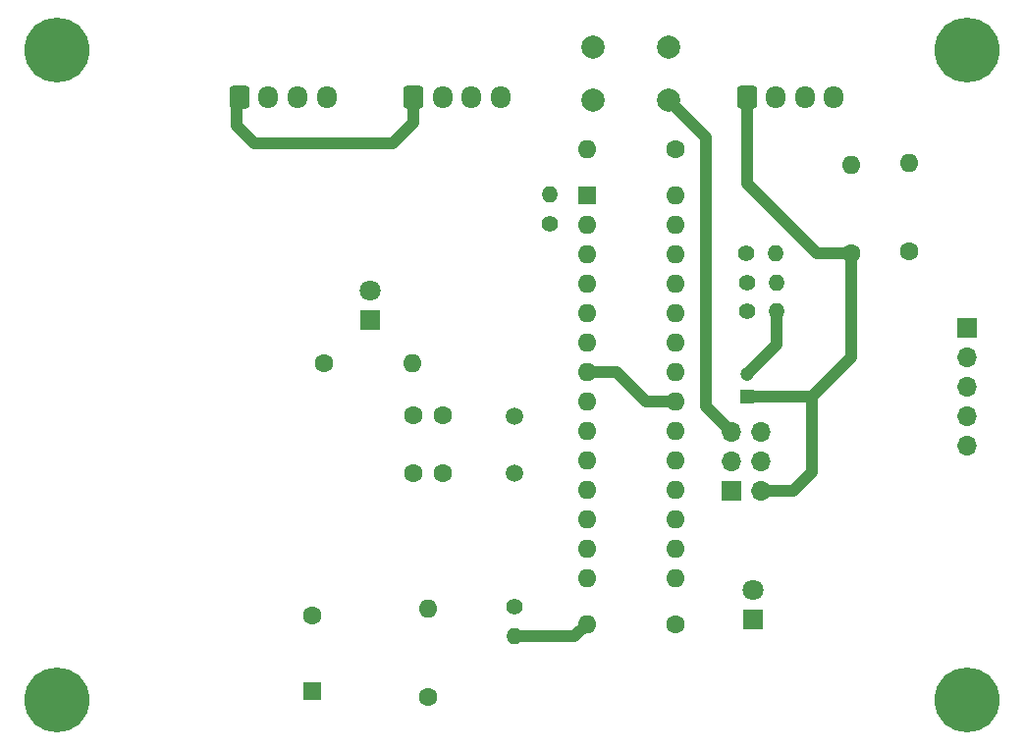
<source format=gbr>
%TF.GenerationSoftware,KiCad,Pcbnew,6.0.10-86aedd382b~118~ubuntu20.04.1*%
%TF.CreationDate,2023-02-11T18:46:26+05:30*%
%TF.ProjectId,motor controller,6d6f746f-7220-4636-9f6e-74726f6c6c65,rev?*%
%TF.SameCoordinates,Original*%
%TF.FileFunction,Copper,L2,Bot*%
%TF.FilePolarity,Positive*%
%FSLAX46Y46*%
G04 Gerber Fmt 4.6, Leading zero omitted, Abs format (unit mm)*
G04 Created by KiCad (PCBNEW 6.0.10-86aedd382b~118~ubuntu20.04.1) date 2023-02-11 18:46:26*
%MOMM*%
%LPD*%
G01*
G04 APERTURE LIST*
G04 Aperture macros list*
%AMRoundRect*
0 Rectangle with rounded corners*
0 $1 Rounding radius*
0 $2 $3 $4 $5 $6 $7 $8 $9 X,Y pos of 4 corners*
0 Add a 4 corners polygon primitive as box body*
4,1,4,$2,$3,$4,$5,$6,$7,$8,$9,$2,$3,0*
0 Add four circle primitives for the rounded corners*
1,1,$1+$1,$2,$3*
1,1,$1+$1,$4,$5*
1,1,$1+$1,$6,$7*
1,1,$1+$1,$8,$9*
0 Add four rect primitives between the rounded corners*
20,1,$1+$1,$2,$3,$4,$5,0*
20,1,$1+$1,$4,$5,$6,$7,0*
20,1,$1+$1,$6,$7,$8,$9,0*
20,1,$1+$1,$8,$9,$2,$3,0*%
G04 Aperture macros list end*
%TA.AperFunction,ComponentPad*%
%ADD10C,1.600000*%
%TD*%
%TA.AperFunction,ComponentPad*%
%ADD11O,1.600000X1.600000*%
%TD*%
%TA.AperFunction,ComponentPad*%
%ADD12RoundRect,0.250000X-0.600000X-0.725000X0.600000X-0.725000X0.600000X0.725000X-0.600000X0.725000X0*%
%TD*%
%TA.AperFunction,ComponentPad*%
%ADD13O,1.700000X1.950000*%
%TD*%
%TA.AperFunction,ComponentPad*%
%ADD14R,1.800000X1.800000*%
%TD*%
%TA.AperFunction,ComponentPad*%
%ADD15C,1.800000*%
%TD*%
%TA.AperFunction,ComponentPad*%
%ADD16C,1.400000*%
%TD*%
%TA.AperFunction,ComponentPad*%
%ADD17O,1.400000X1.400000*%
%TD*%
%TA.AperFunction,ComponentPad*%
%ADD18C,2.000000*%
%TD*%
%TA.AperFunction,ComponentPad*%
%ADD19C,5.600000*%
%TD*%
%TA.AperFunction,ComponentPad*%
%ADD20R,1.200000X1.200000*%
%TD*%
%TA.AperFunction,ComponentPad*%
%ADD21C,1.200000*%
%TD*%
%TA.AperFunction,ComponentPad*%
%ADD22C,1.500000*%
%TD*%
%TA.AperFunction,ComponentPad*%
%ADD23R,1.600000X1.600000*%
%TD*%
%TA.AperFunction,ComponentPad*%
%ADD24R,1.700000X1.700000*%
%TD*%
%TA.AperFunction,ComponentPad*%
%ADD25O,1.700000X1.700000*%
%TD*%
%TA.AperFunction,Conductor*%
%ADD26C,1.000000*%
%TD*%
G04 APERTURE END LIST*
D10*
%TO.P,R1,1*%
%TO.N,+5V*%
X106310000Y-61500000D03*
D11*
%TO.P,R1,2*%
%TO.N,/RST*%
X98690000Y-61500000D03*
%TD*%
D10*
%TO.P,R3,1*%
%TO.N,Net-(D1-Pad1)*%
X76000000Y-80000000D03*
D11*
%TO.P,R3,2*%
%TO.N,GND*%
X83620000Y-80000000D03*
%TD*%
D12*
%TO.P,J2,1,Pin_1*%
%TO.N,+5V*%
X112500000Y-57032500D03*
D13*
%TO.P,J2,2,Pin_2*%
%TO.N,/SCL*%
X115000000Y-57032500D03*
%TO.P,J2,3,Pin_3*%
%TO.N,/SDA*%
X117500000Y-57032500D03*
%TO.P,J2,4,Pin_4*%
%TO.N,GND*%
X120000000Y-57032500D03*
%TD*%
D10*
%TO.P,R11,1*%
%TO.N,+5V*%
X121500000Y-70500000D03*
D11*
%TO.P,R11,2*%
%TO.N,/SDA*%
X121500000Y-62880000D03*
%TD*%
D10*
%TO.P,R10,1*%
%TO.N,+5V*%
X126500000Y-70310000D03*
D11*
%TO.P,R10,2*%
%TO.N,/SCL*%
X126500000Y-62690000D03*
%TD*%
D14*
%TO.P,D2,1,K*%
%TO.N,Net-(D2-Pad1)*%
X113000000Y-102040000D03*
D15*
%TO.P,D2,2,A*%
%TO.N,/LED*%
X113000000Y-99500000D03*
%TD*%
D16*
%TO.P,R8,1*%
%TO.N,/S4*%
X112460000Y-70500000D03*
D17*
%TO.P,R8,2*%
%TO.N,GND*%
X115000000Y-70500000D03*
%TD*%
D12*
%TO.P,J5,1,Pin_1*%
%TO.N,+5V*%
X83750000Y-57032500D03*
D13*
%TO.P,J5,2,Pin_2*%
%TO.N,GND*%
X86250000Y-57032500D03*
%TO.P,J5,3,Pin_3*%
%TO.N,/M2A*%
X88750000Y-57032500D03*
%TO.P,J5,4,Pin_4*%
%TO.N,/M2B*%
X91250000Y-57032500D03*
%TD*%
D18*
%TO.P,SW1,1,1*%
%TO.N,/RST*%
X99250000Y-57250000D03*
X105750000Y-57250000D03*
%TO.P,SW1,2,2*%
%TO.N,GND*%
X105750000Y-52750000D03*
X99250000Y-52750000D03*
%TD*%
D16*
%TO.P,R5,1*%
%TO.N,/S1*%
X92500000Y-101000000D03*
D17*
%TO.P,R5,2*%
%TO.N,GND*%
X92500000Y-103540000D03*
%TD*%
D14*
%TO.P,D1,1,K*%
%TO.N,Net-(D1-Pad1)*%
X80000000Y-76285000D03*
D15*
%TO.P,D1,2,A*%
%TO.N,+5V*%
X80000000Y-73745000D03*
%TD*%
D19*
%TO.P,H2,1,1*%
%TO.N,GND*%
X131500000Y-53000000D03*
%TD*%
D16*
%TO.P,R9,1*%
%TO.N,/S5*%
X95500000Y-68000000D03*
D17*
%TO.P,R9,2*%
%TO.N,GND*%
X95500000Y-65460000D03*
%TD*%
D20*
%TO.P,C1,1*%
%TO.N,+5V*%
X112500000Y-82871980D03*
D21*
%TO.P,C1,2*%
%TO.N,GND*%
X112500000Y-80871980D03*
%TD*%
D22*
%TO.P,Y1,1,1*%
%TO.N,Net-(C3-Pad1)*%
X92500000Y-89450000D03*
%TO.P,Y1,2,2*%
%TO.N,Net-(C2-Pad1)*%
X92500000Y-84570000D03*
%TD*%
D10*
%TO.P,R4,1*%
%TO.N,Net-(D2-Pad1)*%
X106310000Y-102500000D03*
D11*
%TO.P,R4,2*%
%TO.N,GND*%
X98690000Y-102500000D03*
%TD*%
D23*
%TO.P,BZ1,1,-*%
%TO.N,Net-(BZ1-Pad1)*%
X75000000Y-108250000D03*
D10*
%TO.P,BZ1,2,+*%
%TO.N,GND*%
X75000000Y-101750000D03*
%TD*%
%TO.P,C2,1*%
%TO.N,Net-(C2-Pad1)*%
X86250000Y-84500000D03*
%TO.P,C2,2*%
%TO.N,GND*%
X83750000Y-84500000D03*
%TD*%
%TO.P,C3,1*%
%TO.N,Net-(C3-Pad1)*%
X86250000Y-89500000D03*
%TO.P,C3,2*%
%TO.N,GND*%
X83750000Y-89500000D03*
%TD*%
D12*
%TO.P,J4,1,Pin_1*%
%TO.N,+5V*%
X68750000Y-57032500D03*
D13*
%TO.P,J4,2,Pin_2*%
%TO.N,GND*%
X71250000Y-57032500D03*
%TO.P,J4,3,Pin_3*%
%TO.N,/M1A*%
X73750000Y-57032500D03*
%TO.P,J4,4,Pin_4*%
%TO.N,/M1B*%
X76250000Y-57032500D03*
%TD*%
D19*
%TO.P,H3,1,1*%
%TO.N,GND*%
X53000000Y-53000000D03*
%TD*%
%TO.P,H1,1,1*%
%TO.N,GND*%
X53000000Y-109000000D03*
%TD*%
D16*
%TO.P,R6,1*%
%TO.N,/S2*%
X112500000Y-75500000D03*
D17*
%TO.P,R6,2*%
%TO.N,GND*%
X115040000Y-75500000D03*
%TD*%
D19*
%TO.P,H4,1,1*%
%TO.N,GND*%
X131500000Y-109000000D03*
%TD*%
D10*
%TO.P,R2,1*%
%TO.N,Net-(BZ1-Pad1)*%
X85000000Y-108810000D03*
D11*
%TO.P,R2,2*%
%TO.N,/BUZZ*%
X85000000Y-101190000D03*
%TD*%
D24*
%TO.P,J1,1,Pin_1*%
%TO.N,/MISO*%
X111210000Y-91000000D03*
D25*
%TO.P,J1,2,Pin_2*%
%TO.N,+5V*%
X113750000Y-91000000D03*
%TO.P,J1,3,Pin_3*%
%TO.N,/SCK*%
X111210000Y-88460000D03*
%TO.P,J1,4,Pin_4*%
%TO.N,/MOSI*%
X113750000Y-88460000D03*
%TO.P,J1,5,Pin_5*%
%TO.N,/RST*%
X111210000Y-85920000D03*
%TO.P,J1,6,Pin_6*%
%TO.N,GND*%
X113750000Y-85920000D03*
%TD*%
D16*
%TO.P,R7,1*%
%TO.N,/S3*%
X112500000Y-73000000D03*
D17*
%TO.P,R7,2*%
%TO.N,GND*%
X115040000Y-73000000D03*
%TD*%
D23*
%TO.P,U1,1,~{RESET}/PC6*%
%TO.N,/RST*%
X98700000Y-65500000D03*
D11*
%TO.P,U1,2,PD0*%
%TO.N,/S5*%
X98700000Y-68040000D03*
%TO.P,U1,3,PD1*%
%TO.N,/M2B*%
X98700000Y-70580000D03*
%TO.P,U1,4,PD2*%
%TO.N,/M2A*%
X98700000Y-73120000D03*
%TO.P,U1,5,PD3*%
%TO.N,/M1B*%
X98700000Y-75660000D03*
%TO.P,U1,6,PD4*%
%TO.N,/M1A*%
X98700000Y-78200000D03*
%TO.P,U1,7,VCC*%
%TO.N,+5V*%
X98700000Y-80740000D03*
%TO.P,U1,8,GND*%
%TO.N,GND*%
X98700000Y-83280000D03*
%TO.P,U1,9,XTAL1/PB6*%
%TO.N,Net-(C2-Pad1)*%
X98700000Y-85820000D03*
%TO.P,U1,10,XTAL2/PB7*%
%TO.N,Net-(C3-Pad1)*%
X98700000Y-88360000D03*
%TO.P,U1,11,PD5*%
%TO.N,/BUZZ*%
X98700000Y-90900000D03*
%TO.P,U1,12,PD6*%
%TO.N,/PM2*%
X98700000Y-93440000D03*
%TO.P,U1,13,PD7*%
%TO.N,/S1*%
X98700000Y-95980000D03*
%TO.P,U1,14,PB0*%
%TO.N,/DM2*%
X98700000Y-98520000D03*
%TO.P,U1,15,PB1*%
%TO.N,/LED*%
X106320000Y-98520000D03*
%TO.P,U1,16,PB2*%
%TO.N,/PM1*%
X106320000Y-95980000D03*
%TO.P,U1,17,PB3*%
%TO.N,/MOSI*%
X106320000Y-93440000D03*
%TO.P,U1,18,PB4*%
%TO.N,/MISO*%
X106320000Y-90900000D03*
%TO.P,U1,19,PB5*%
%TO.N,/SCK*%
X106320000Y-88360000D03*
%TO.P,U1,20,AVCC*%
%TO.N,+5V*%
X106320000Y-85820000D03*
%TO.P,U1,21,AREF*%
X106320000Y-83280000D03*
%TO.P,U1,22,GND*%
%TO.N,GND*%
X106320000Y-80740000D03*
%TO.P,U1,23,PC0*%
%TO.N,/DM1*%
X106320000Y-78200000D03*
%TO.P,U1,24,PC1*%
%TO.N,/S2*%
X106320000Y-75660000D03*
%TO.P,U1,25,PC2*%
%TO.N,/S3*%
X106320000Y-73120000D03*
%TO.P,U1,26,PC3*%
%TO.N,/S4*%
X106320000Y-70580000D03*
%TO.P,U1,27,PC4*%
%TO.N,/SDA*%
X106320000Y-68040000D03*
%TO.P,U1,28,PC5*%
%TO.N,/SCL*%
X106320000Y-65500000D03*
%TD*%
D24*
%TO.P,J3,1,Pin_1*%
%TO.N,/DM1*%
X131525000Y-76920000D03*
D25*
%TO.P,J3,2,Pin_2*%
%TO.N,/PM1*%
X131525000Y-79460000D03*
%TO.P,J3,3,Pin_3*%
%TO.N,/DM2*%
X131525000Y-82000000D03*
%TO.P,J3,4,Pin_4*%
%TO.N,/PM2*%
X131525000Y-84540000D03*
%TO.P,J3,5,Pin_5*%
%TO.N,GND*%
X131525000Y-87080000D03*
%TD*%
D26*
%TO.N,GND*%
X115040000Y-75500000D02*
X115040000Y-78331980D01*
X115040000Y-78331980D02*
X112500000Y-80871980D01*
X92500000Y-103540000D02*
X97650000Y-103540000D01*
X97650000Y-103540000D02*
X98690000Y-102500000D01*
%TO.N,+5V*%
X70000000Y-61000000D02*
X68500000Y-59500000D01*
X68500000Y-59500000D02*
X68500000Y-57282500D01*
X98700000Y-80740000D02*
X101240000Y-80740000D01*
X82000000Y-61000000D02*
X70000000Y-61000000D01*
X68500000Y-57282500D02*
X68750000Y-57032500D01*
X101240000Y-80740000D02*
X103780000Y-83280000D01*
X121500000Y-79500000D02*
X121500000Y-70500000D01*
X103780000Y-83280000D02*
X106320000Y-83280000D01*
X116500000Y-91000000D02*
X118128020Y-89371980D01*
X83750000Y-59250000D02*
X82000000Y-61000000D01*
X83750000Y-57032500D02*
X83750000Y-59250000D01*
X118128020Y-89371980D02*
X118128020Y-82871980D01*
X121500000Y-70500000D02*
X118500000Y-70500000D01*
X118500000Y-70500000D02*
X112500000Y-64500000D01*
X112500000Y-82871980D02*
X118128020Y-82871980D01*
X112500000Y-64500000D02*
X112500000Y-57032500D01*
X118128020Y-82871980D02*
X121500000Y-79500000D01*
X113750000Y-91000000D02*
X116500000Y-91000000D01*
%TO.N,/RST*%
X109000000Y-60500000D02*
X109000000Y-83500000D01*
X111210000Y-85920000D02*
X109000000Y-83710000D01*
X109000000Y-83710000D02*
X109000000Y-83500000D01*
X105750000Y-57250000D02*
X109000000Y-60500000D01*
%TD*%
M02*

</source>
